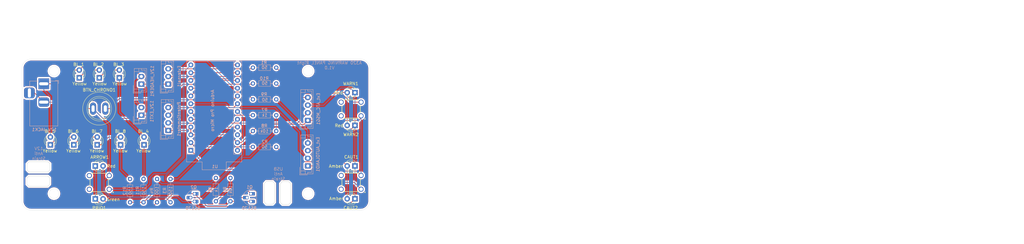
<source format=kicad_pcb>
(kicad_pcb (version 20240108) (generator "pcbnew") (generator_version "8.0")
  (title_block (title "A320 WARNING PANEL Right") (date "2024-08-21") (rev "V1.0") (company "S.K.") (comment 1 "Buttons for ATC-MSG and Autoland have to be connected"))
  (layers (0 "F.Cu" signal) (31 "B.Cu" signal) (34 "B.Paste" user) (35 "F.Paste" user) (36 "B.SilkS" user "B.Silkscreen") (37 "F.SilkS" user "F.Silkscreen") (38 "B.Mask" user) (39 "F.Mask" user) (44 "Edge.Cuts" user))
  (net 0 "")
  (net 1 "12V_IN")
  (net 2 "GND")
  (net 3 "Net-(ARROW1-A)")
  (net 4 "LED_GND")
  (net 5 "Net-(BL_1-K)")
  (net 6 "Net-(BL_2-K)")
  (net 7 "Net-(BL_3-K)")
  (net 8 "BACKLIGHT_GND")
  (net 9 "Net-(BL_4-K)")
  (net 10 "Net-(BL_5-K)")
  (net 11 "Net-(BL_6-K)")
  (net 12 "Net-(CAUT1-A)")
  (net 13 "Net-(BL_7-K)")
  (net 14 "EXT1")
  (net 15 "EXT2")
  (net 16 "POT2")
  (net 17 "POT1")
  (net 18 "+5V")
  (net 19 "Net-(Q1-G)")
  (net 20 "Net-(Q2-G)")
  (net 21 "WARN")
  (net 22 "Net-(WARN1-A)")
  (net 23 "CAUT")
  (net 24 "ARROW")
  (net 25 "Net-(PRIO1-A)")
  (net 26 "Net-(BL_8-K)")
  (net 28 "BTN_CAUT")
  (net 30 "BTN_CHRONO")
  (net 33 "BTN_SIDESTICK")
  (net 35 "BTN_WARN")
  (net 37 "BTN_ATC_MSG")
  (net 38 "AUTOLAND")
  (net 39 "BTN_AUTOLAND")
  (net 40 "ATC_MSG")
  (net 43 "Net-(Ext_ATC_MSG1-Pin_4)")
  (net 44 "Net-(Ext_AUTOLAND1-Pin_4)")
  (net 45 "OUT_BRT_BACK")
  (net 46 "OUT_BRT_LED")
  (net 47 "PRIO")
  (footprint "LED_THT:LED_D3.0mm" (layer "F.Cu") (at 62.9158 123.3619)
    (property "Reference" "PRIO1" (at 1.27 2.9536 0) (layer "F.SilkS"))
    (property "Value" "Green" (at 5.8774 0.1706 0) (layer "F.SilkS"))
    (pad "1" thru_hole rect (at 0 0) (size 1.8 1.8) (drill 0.9) (layers "*.Cu" "*.Mask") (net 4 "LED_GND"))
    (pad "2" thru_hole circle (at 2.54 0) (size 1.8 1.8) (drill 0.9) (layers "*.Cu" "*.Mask") (net 25 "Net-(PRIO1-A)"))
  )
  (footprint "LED_THT:LED_D3.0mm" (layer "F.Cu") (at 147.701 112.5779 180)
    (property "Reference" "CAUT1" (at 1.1938 2.921 0) (layer "F.SilkS"))
    (property "Value" "Amber" (at 6.223 -0.0762 0) (layer "F.SilkS"))
    (pad "1" thru_hole rect (at 0 0 180) (size 1.8 1.8) (drill 0.9) (layers "*.Cu" "*.Mask") (net 4 "LED_GND"))
    (pad "2" thru_hole circle (at 2.54 0 180) (size 1.8 1.8) (drill 0.9) (layers "*.Cu" "*.Mask") (net 12 "Net-(CAUT1-A)"))
  )
  (footprint "My:SW-Push" (layer "F.Cu") (at 64.195 93.8289 180)
    (property "Reference" "BTN_CHRONO1" (at 0.0092 6.1176 0) (layer "F.SilkS"))
    (property "Value" "Push Button" (hide yes))
    (pad "1" thru_hole oval (at -2 0) (size 2 4) (drill oval 1 2.2) (layers "*.Cu" "*.Mask") (net 30 "BTN_CHRONO") (thermal_bridge_width 1) (thermal_gap 1))
    (pad "2" thru_hole oval (at 2 0 180) (size 2 4) (drill oval 1 2.2) (layers "*.Cu" "*.Mask") (net 2 "GND") (thermal_bridge_width 1) (thermal_gap 1))
  )
  (footprint "LED_THT:LED_D3.0mm" (layer "F.Cu") (at 147.701 88.5749 180)
    (property "Reference" "WARN1" (at 1.397 2.921 0) (layer "F.SilkS"))
    (property "Value" "Red" (at 5.334 -0.0762 0) (layer "F.SilkS"))
    (pad "1" thru_hole rect (at 0 0 180) (size 1.8 1.8) (drill 0.9) (layers "*.Cu" "*.Mask") (net 4 "LED_GND"))
    (pad "2" thru_hole circle (at 2.54 0 180) (size 1.8 1.8) (drill 0.9) (layers "*.Cu" "*.Mask") (net 22 "Net-(WARN1-A)"))
  )
  (footprint "LED_THT:LED_D3.0mm" (layer "F.Cu") (at 57.6865 83.7489 90)
    (property "Reference" "BL_1" (at 4.3738 -0.19 0) (layer "F.SilkS"))
    (property "Value" "Yellow" (at -1.9292 0.0889 0) (layer "F.SilkS"))
    (pad "1" thru_hole rect (at 0 0 90) (size 1.8 1.8) (drill 0.9) (layers "*.Cu" "*.Mask") (net 5 "Net-(BL_1-K)"))
    (pad "2" thru_hole circle (at 2.54 0 90) (size 1.8 1.8) (drill 0.9) (layers "*.Cu" "*.Mask") (net 1 "12V_IN"))
  )
  (footprint "LED_THT:LED_D3.0mm" (layer "F.Cu") (at 70.7675 83.7489 90)
    (property "Reference" "BL_3" (at 4.3738 -0.2154 0) (layer "F.SilkS"))
    (property "Value" "Yellow" (at -1.9292 0.0889 0) (layer "F.SilkS"))
    (pad "1" thru_hole rect (at 0 0 90) (size 1.8 1.8) (drill 0.9) (layers "*.Cu" "*.Mask") (net 7 "Net-(BL_3-K)"))
    (pad "2" thru_hole circle (at 2.54 0 90) (size 1.8 1.8) (drill 0.9) (layers "*.Cu" "*.Mask") (net 6 "Net-(BL_2-K)"))
  )
  (footprint "LED_THT:LED_D3.0mm" (layer "F.Cu") (at 71.1866 105.6691 90)
    (property "Reference" "BL_8" (at 4.4196 -0.0762 0) (layer "F.SilkS"))
    (property "Value" "Yellow" (at -1.9558 -0.0762 0) (layer "F.SilkS"))
    (pad "1" thru_hole rect (at 0 0 90) (size 1.8 1.8) (drill 0.9) (layers "*.Cu" "*.Mask") (net 26 "Net-(BL_8-K)"))
    (pad "2" thru_hole circle (at 2.54 0 90) (size 1.8 1.8) (drill 0.9) (layers "*.Cu" "*.Mask") (net 13 "Net-(BL_7-K)"))
  )
  (footprint "LED_THT:LED_D3.0mm" (layer "F.Cu") (at 78.832 105.6691 90)
    (property "Reference" "BL_4" (at 4.4196 -0.2032 0) (layer "F.SilkS"))
    (property "Value" "Yellow" (at -1.9558 -0.1778 0) (layer "F.SilkS"))
    (pad "1" thru_hole rect (at 0 0 90) (size 1.8 1.8) (drill 0.9) (layers "*.Cu" "*.Mask") (net 9 "Net-(BL_4-K)"))
    (pad "2" thru_hole circle (at 2.54 0 90) (size 1.8 1.8) (drill 0.9) (layers "*.Cu" "*.Mask") (net 7 "Net-(BL_3-K)"))
  )
  (footprint "SamacSys_Parts:B3F1000" (layer "F.Cu") (at 146.4456 117.9441)
    (property "Reference" "BTN_CAUT1" (hide yes))
    (property "Value" "B3F-1055" (hide yes))
    (pad "1" thru_hole circle (at 3.25 2.25) (size 1.65 1.65) (drill 1.1) (layers "*.Cu" "*.Mask") (net 28 "BTN_CAUT"))
    (pad "2" thru_hole circle (at -3.25 2.25) (size 1.65 1.65) (drill 1.1) (layers "*.Cu" "*.Mask"))
    (pad "3" thru_hole circle (at 3.25 -2.25) (size 1.65 1.65) (drill 1.1) (layers "*.Cu" "*.Mask") (net 2 "GND"))
    (pad "4" thru_hole circle (at -3.25 -2.25) (size 1.65 1.65) (drill 1.1) (layers "*.Cu" "*.Mask"))
  )
  (footprint "LED_THT:LED_D3.0mm" (layer "F.Cu") (at 64.227 83.7489 90)
    (property "Reference" "BL_2" (at 4.3738 -0.2794 0) (layer "F.SilkS"))
    (property "Value" "Yellow" (at -1.9292 0.0889 0) (layer "F.SilkS"))
    (pad "1" thru_hole rect (at 0 0 90) (size 1.8 1.8) (drill 0.9) (layers "*.Cu" "*.Mask") (net 6 "Net-(BL_2-K)"))
    (pad "2" thru_hole circle (at 2.54 0 90) (size 1.8 1.8) (drill 0.9) (layers "*.Cu" "*.Mask") (net 5 "Net-(BL_1-K)"))
  )
  (footprint "LED_THT:LED_D3.0mm" (layer "F.Cu") (at 63.5412 105.6691 90)
    (property "Reference" "BL_7" (at 4.4196 -0.0508 0) (layer "F.SilkS"))
    (property "Value" "Yellow" (at -1.9558 -0.1016 0) (layer "F.SilkS"))
    (pad "1" thru_hole rect (at 0 0 90) (size 1.8 1.8) (drill 0.9) (layers "*.Cu" "*.Mask") (net 13 "Net-(BL_7-K)"))
    (pad "2" thru_hole circle (at 2.54 0 90) (size 1.8 1.8) (drill 0.9) (layers "*.Cu" "*.Mask") (net 11 "Net-(BL_6-K)"))
  )
  (footprint "LED_THT:LED_D3.0mm" (layer "F.Cu") (at 48.2504 105.6691 90)
    (property "Reference" "BL_5" (at 4.4196 -0.1016 0) (layer "F.SilkS"))
    (property "Value" "Yellow" (at -1.9558 -0.1524 0) (layer "F.SilkS"))
    (pad "1" thru_hole rect (at 0 0 90) (size 1.8 1.8) (drill 0.9) (layers "*.Cu" "*.Mask") (net 10 "Net-(BL_5-K)"))
    (pad "2" thru_hole circle (at 2.54 0 90) (size 1.8 1.8) (drill 0.9) (layers "*.Cu" "*.Mask") (net 1 "12V_IN"))
  )
  (footprint "LED_THT:LED_D3.0mm" (layer "F.Cu") (at 55.8958 105.6691 90)
    (property "Reference" "BL_6" (at 4.4196 -0.1778 0) (layer "F.SilkS"))
    (property "Value" "Yellow" (at -1.9558 -0.127 0) (layer "F.SilkS"))
    (pad "1" thru_hole rect (at 0 0 90) (size 1.8 1.8) (drill 0.9) (layers "*.Cu" "*.Mask") (net 11 "Net-(BL_6-K)"))
    (pad "2" thru_hole circle (at 2.54 0 90) (size 1.8 1.8) (drill 0.9) (layers "*.Cu" "*.Mask") (net 10 "Net-(BL_5-K)"))
  )
  (footprint "LED_THT:LED_D3.0mm" (layer "F.Cu") (at 62.9158 112.5995)
    (property "Reference" "ARROW1" (at 1.4224 -2.8956 0) (layer "F.SilkS"))
    (property "Value" "Red" (at 5.217 0.0254 0) (layer "F.SilkS"))
    (pad "1" thru_hole rect (at 0 0) (size 1.8 1.8) (drill 0.9) (layers "*.Cu" "*.Mask") (net 4 "LED_GND"))
    (pad "2" thru_hole circle (at 2.54 0) (size 1.8 1.8) (drill 0.9) (layers "*.Cu" "*.Mask") (net 3 "Net-(ARROW1-A)"))
  )
  (footprint "LED_THT:LED_D3.0mm" (layer "F.Cu") (at 147.701 123.3221 180)
    (property "Reference" "CAUT2" (at 1.397 -2.9464 0) (layer "F.SilkS"))
    (property "Value" "Amber" (at 6.096 0.0508 0) (layer "F.SilkS"))
    (pad "1" thru_hole rect (at 0 0 180) (size 1.8 1.8) (drill 0.9) (layers "*.Cu" "*.Mask") (net 4 "LED_GND"))
    (pad "2" thru_hole circle (at 2.54 0 180) (size 1.8 1.8) (drill 0.9) (layers "*.Cu" "*.Mask") (net 12 "Net-(CAUT1-A)"))
  )
  (footprint "SamacSys_Parts:B3F1000" (layer "F.Cu") (at 64.2124 117.9805)
    (property "Reference" "BTN_SIDESTICK1" (hide yes))
    (property "Value" "B3F-1055" (hide yes))
    (pad "1" thru_hole circle (at 3.25 2.25) (size 1.65 1.65) (drill 1.1) (layers "*.Cu" "*.Mask") (net 33 "BTN_SIDESTICK"))
    (pad "2" thru_hole circle (at -3.25 2.25) (size 1.65 1.65) (drill 1.1) (layers "*.Cu" "*.Mask"))
    (pad "3" thru_hole circle (at 3.25 -2.25) (size 1.65 1.65) (drill 1.1) (layers "*.Cu" "*.Mask") (net 2 "GND"))
    (pad "4" thru_hole circle (at -3.25 -2.25) (size 1.65 1.65) (drill 1.1) (layers "*.Cu" "*.Mask"))
  )
  (footprint "LED_THT:LED_D3.0mm" (layer "F.Cu") (at 147.701 99.3153 180)
    (property "Reference" "WARN2" (at 1.3208 -2.9756 0) (layer "F.SilkS"))
    (property "Value" "Red" (at 5.1816 -0.0546 0) (layer "F.SilkS"))
    (pad "1" thru_hole rect (at 0 0 180) (size 1.8 1.8) (drill 0.9) (layers "*.Cu" "*.Mask") (net 4 "LED_GND"))
    (pad "2" thru_hole circle (at 2.54 0 180) (size 1.8 1.8) (drill 0.9) (layers "*.Cu" "*.Mask") (net 22 "Net-(WARN1-A)"))
  )
  (footprint "SamacSys_Parts:B3F1000" (layer "F.Cu") (at 146.4456 93.9453)
    (property "Reference" "BTN_WARN1" (hide yes))
    (property "Value" "B3F-1055" (hide yes))
    (pad "1" thru_hole circle (at 3.25 2.25) (size 1.65 1.65) (drill 1.1) (layers "*.Cu" "*.Mask") (net 2 "GND"))
    (pad "2" thru_hole circle (at -3.25 2.25) (size 1.65 1.65) (drill 1.1) (layers "*.Cu" "*.Mask"))
    (pad "3" thru_hole circle (at 3.25 -2.25) (size 1.65 1.65) (drill 1.1) (layers "*.Cu" "*.Mask") (net 35 "BTN_WARN"))
    (pad "4" thru_hole circle (at -3.25 -2.25) (size 1.65 1.65) (drill 1.1) (layers "*.Cu" "*.Mask"))
  )
  (footprint "Connector_JST:JST_EH_B4B-EH-A_1x04_P2.50mm_Vertical" (layer "B.Cu") (at 132.3038 97.6843 90)
    (property "Reference" "Ext_ATC_MSG1" (at 3.7662 3.429 90) (layer "B.SilkS") (effects (justify mirror)))
    (property "Value" "Pin Header 1x04" (hide yes))
    (pad "1" thru_hole roundrect (at 0 0 90) (size 1.7 1.95) (drill 0.95) (layers "*.Cu" "*.Mask") (roundrect_rratio 0.147059) (net 2 "GND"))
    (pad "2" thru_hole oval (at 2.5 0 90) (size 1.7 1.95) (drill 0.95) (layers "*.Cu" "*.Mask") (net 37 "BTN_ATC_MSG"))
    (pad "3" thru_hole oval (at 5 0 90) (size 1.7 1.95) (drill 0.95) (layers "*.Cu" "*.Mask") (net 4 "LED_GND"))
    (pad "4" thru_hole oval (at 7.5 0 90) (size 1.7 1.95) (drill 0.95) (layers "*.Cu" "*.Mask") (net 43 "Net-(Ext_ATC_MSG1-Pin_4)"))
  )
  (footprint "Package_TO_SOT_THT:TO-92_HandSolder" (layer "B.Cu") (at 95.3008 121.6711 -90)
    (property "Reference" "Q2" (at -2.1336 0.266 0) (layer "B.SilkS") (effects (justify mirror)))
    (property "Value" "BS170" (at 4.7244 0.4946 0) (layer "B.SilkS") (effects (justify mirror)))
    (pad "1" thru_hole rect (at 0 0 270) (size 1.1 1.8) (drill 0.75 (offset 0 -0.4)) (layers "*.Cu" "*.Mask") (net 4 "LED_GND"))
    (pad "2" thru_hole roundrect (at 1.27 1.27 270) (size 1.1 1.8) (drill 0.75 (offset 0 0.4)) (layers "*.Cu" "*.Mask") (net 20 "Net-(Q2-G)"))
    (pad "3" thru_hole roundrect (at 2.54 0 270) (size 1.1 1.8) (drill 0.75 (offset 0 -0.4)) (layers "*.Cu" "*.Mask") (net 2 "GND"))
  )
  (footprint "Connector_JST:JST_EH_B2B-EH-A_1x02_P2.50mm_Vertical" (layer "B.Cu") (at 77.9526 95.9771 90)
    (property "Reference" "12V_EXT1" (at 1.2554 3.4386 90) (layer "B.SilkS") (effects (justify mirror)))
    (property "Value" "Pin Header 1x02" (hide yes))
    (pad "1" thru_hole roundrect (at 0 0 90) (size 1.7 2) (drill 1) (layers "*.Cu" "*.Mask") (roundrect_rratio 0.147059) (net 2 "GND"))
    (pad "2" thru_hole oval (at 2.5 0 90) (size 1.7 2) (drill 1) (layers "*.Cu" "*.Mask") (net 1 "12V_IN"))
  )
  (footprint "Resistor_THT:R_Axial_DIN0204_L3.6mm_D1.6mm_P7.62mm_Horizontal" (layer "B.Cu") (at 114.3762 106.3549)
    (property "Reference" "R2" (at 3.8354 -1.7018 0) (layer "B.SilkS") (effects (justify mirror)))
    (property "Value" "50" (at 3.7846 -0.0254 0) (layer "B.SilkS") (effects (justify mirror)))
    (pad "1" thru_hole circle (at 0 0) (size 1.4 1.4) (drill 0.7) (layers "*.Cu" "*.Mask") (net 23 "CAUT"))
    (pad "2" thru_hole oval (at 7.62 0) (size 1.4 1.4) (drill 0.7) (layers "*.Cu" "*.Mask") (net 12 "Net-(CAUT1-A)"))
  )
  (footprint "Connector_JST:JST_EH_B4B-EH-A_1x04_P2.50mm_Vertical" (layer "B.Cu") (at 132.3038 112.5687 90)
    (property "Reference" "Ext_AUTOLAND1" (at 3.7662 3.302 90) (layer "B.SilkS") (effects (justify mirror)))
    (property "Value" "Pin Header 1x04" (hide yes))
    (pad "1" thru_hole roundrect (at 0 0 90) (size 1.7 1.95) (drill 0.95) (layers "*.Cu" "*.Mask") (roundrect_rratio 0.147059) (net 2 "GND"))
    (pad "2" thru_hole oval (at 2.5 0 90) (size 1.7 1.95) (drill 0.95) (layers "*.Cu" "*.Mask") (net 39 "BTN_AUTOLAND"))
    (pad "3" thru_hole oval (at 5 0 90) (size 1.7 1.95) (drill 0.95) (layers "*.Cu" "*.Mask") (net 4 "LED_GND"))
    (pad "4" thru_hole oval (at 7.5 0 90) (size 1.7 1.95) (drill 0.95) (layers "*.Cu" "*.Mask") (net 44 "Net-(Ext_AUTOLAND1-Pin_4)"))
  )
  (footprint "Resistor_THT:R_Axial_DIN0204_L3.6mm_D1.6mm_P7.62mm_Horizontal" (layer "B.Cu") (at 107.0514 124.1349 90)
    (property "Reference" "R6" (at 3.8062 -1.7962 90) (layer "B.SilkS") (effects (justify mirror)))
    (property "Value" "10k" (at 3.8062 0.0326 90) (layer "B.SilkS") (effects (justify mirror)))
    (pad "1" thru_hole circle (at 0 0 90) (size 1.4 1.4) (drill 0.7) (layers "*.Cu" "*.Mask") (net 2 "GND"))
    (pad "2" thru_hole oval (at 7.62 0 90) (size 1.4 1.4) (drill 0.7) (layers "*.Cu" "*.Mask") (net 19 "Net-(Q1-G)"))
  )
  (footprint "Package_TO_SOT_THT:TO-92_HandSolder" (layer "B.Cu") (at 113.7158 121.6711 -90)
    (property "Reference" "Q1" (at -2.159 0.4318 0) (layer "B.SilkS") (effects (justify mirror)))
    (property "Value" "BS170" (at 4.699 0.5334 0) (layer "B.SilkS") (effects (justify mirror)))
    (pad "1" thru_hole rect (at 0 0 270) (size 1.1 1.8) (drill 0.75 (offset 0 -0.4)) (layers "*.Cu" "*.Mask") (net 8 "BACKLIGHT_GND"))
    (pad "2" thru_hole roundrect (at 1.27 1.27 270) (size 1.1 1.8) (drill 0.75 (offset 0 0.4)) (layers "*.Cu" "*.Mask") (net 19 "Net-(Q1-G)"))
    (pad "3" thru_hole roundrect (at 2.54 0 270) (size 1.1 1.8) (drill 0.75 (offset 0 -0.4)) (layers "*.Cu" "*.Mask") (net 2 "GND"))
  )
  (footprint "Resistor_THT:R_Axial_DIN0204_L3.6mm_D1.6mm_P7.62mm_Horizontal" (layer "B.Cu") (at 114.3762 95.9815)
    (property "Reference" "R7" (at 3.81 -1.7018 0) (layer "B.SilkS") (effects (justify mirror)))
    (property "Value" "1k" (at 3.8348 -0.0363 0) (layer "B.SilkS") (effects (justify mirror)))
    (pad "1" thru_hole circle (at 0 0) (size 1.4 1.4) (drill 0.7) (layers "*.Cu" "*.Mask") (net 46 "OUT_BRT_LED"))
    (pad "2" thru_hole oval (at 7.62 0) (size 1.4 1.4) (drill 0.7) (layers "*.Cu" "*.Mask") (net 20 "Net-(Q2-G)"))
  )
  (footprint "Resistor_THT:R_Axial_DIN0204_L3.6mm_D1.6mm_P7.62mm_Horizontal" (layer "B.Cu") (at 74.26 116.8451 -90)
    (property "Reference" "R12" (at 3.8862 1.7272 90) (layer "B.SilkS") (effects (justify mirror)))
    (property "Value" "150" (at 3.81 -0.0508 90) (layer "B.SilkS") (effects (justify mirror)))
    (pad "1" thru_hole circle (at 0 0 270) (size 1.4 1.4) (drill 0.7) (layers "*.Cu" "*.Mask") (net 26 "Net-(BL_8-K)"))
    (pad "2" thru_hole oval (at 7.62 0 270) (size 1.4 1.4) (drill 0.7) (layers "*.Cu" "*.Mask") (net 8 "BACKLIGHT_GND"))
  )
  (footprint "Resistor_THT:R_Axial_DIN0204_L3.6mm_D1.6mm_P7.62mm_Horizontal" (layer "B.Cu") (at 87.4776 116.8451 -90)
    (property "Reference" "R3" (at 3.7586 1.8796 90) (layer "B.SilkS") (effects (justify mirror)))
    (property "Value" "150" (at 3.8074 -0.0254 90) (layer "B.SilkS") (effects (justify mirror)))
    (pad "1" thru_hole circle (at 0 0 270) (size 1.4 1.4) (drill 0.7) (layers "*.Cu" "*.Mask") (net 24 "ARROW"))
    (pad "2" thru_hole oval (at 7.62 0 270) (size 1.4 1.4) (drill 0.7) (layers "*.Cu" "*.Mask") (net 3 "Net-(ARROW1-A)"))
  )
  (footprint "Connector_BarrelJack:BarrelJack_Horizontal" (layer "B.Cu") (at 46.101 85.6991 90)
    (property "Reference" "12V_JACK1" (at -14.97 0.1524 0) (layer "B.SilkS") (effects (justify mirror)))
    (property "Value" "Power Jack" (hide yes))
    (pad "1" thru_hole rect (at 0 0 90) (size 3.5 3.5) (drill oval 1 3) (layers "*.Cu" "*.Mask") (net 1 "12V_IN"))
    (pad "2" thru_hole roundrect (at -6 0 90) (size 3 3.5) (drill oval 1 3) (layers "*.Cu" "*.Mask") (net 2 "GND"))
    (pad "3" thru_hole roundrect (at -3 -4.7 90) (size 3.5 3.5) (drill oval 3 1) (layers "*.Cu" "*.Mask") (net 2 "GND"))
  )
  (footprint "Resistor_THT:R_Axial_DIN0204_L3.6mm_D1.6mm_P7.62mm_Horizontal" (layer "B.Cu") (at 78.6659 116.8451 -90)
    (property "Reference" "R11" (at 3.81 1.92 90) (layer "B.SilkS") (effects (justify mirror)))
    (property "Value" "150" (at 3.9116 -0.0762 90) (layer "B.SilkS") (effects (justify mirror)))
    (pad "1" thru_hole circle (at 0 0 270) (size 1.4 1.4) (drill 0.7) (layers "*.Cu" "*.Mask") (net 9 "Net-(BL_4-K)"))
    (pad "2" thru_hole oval (at 7.62 0 270) (size 1.4 1.4) (drill 0.7) (layers "*.Cu" "*.Mask") (net 8 "BACKLIGHT_GND"))
  )
  (footprint "Arduino:Sparkfun_Pro_Micro" (layer "B.Cu") (at 109.347 79.5325 180)
    (property "Reference" "U1" (at 7.3914 -33.2486 0) (layer "B.SilkS") (effects (justify mirror)))
    (property "Value" "Arduino Pro Micro" (at 8.1534 -14.939 90) (layer "B.SilkS") (effects (justify mirror)))
    (pad "1" thru_hole rect (at 15.24 -27.94 180) (size 1.6 1.6) (drill 0.8) (layers "*.Cu" "*.Mask") (net 28 "BTN_CAUT"))
    (pad "2" thru_hole oval (at 15.24 -25.4 180) (size 1.6 1.6) (drill 0.8) (layers "*.Cu" "*.Mask") (net 23 "CAUT"))
    (pad "3" thru_hole oval (at 15.24 -22.86 180) (size 1.6 1.6) (drill 0.8) (layers "*.Cu" "*.Mask") (net 2 "GND"))
    (pad "4" thru_hole oval (at 15.24 -20.32 180) (size 1.6 1.6) (drill 0.8) (layers "*.Cu" "*.Mask") (net 2 "GND"))
    (pad "5" thru_hole oval (at 15.24 -17.78 180) (size 1.6 1.6) (drill 0.8) (layers "*.Cu" "*.Mask") (net 37 "BTN_ATC_MSG"))
    (pad "6" thru_hole oval (at 15.24 -15.24 180) (size 1.6 1.6) (drill 0.8) (layers "*.Cu" "*.Mask") (net 46 "OUT_BRT_LED"))
    (pad "7" thru_hole oval (at 15.24 -12.7 180) (size 1.6 1.6) (drill 0.8) (layers "*.Cu" "*.Mask") (net 39 "BTN_AUTOLAND"))
    (pad "8" thru_hole oval (at 15.24 -10.16 180) (size 1.6 1.6) (drill 0.8) (layers "*.Cu" "*.Mask") (net 38 "AUTOLAND"))
    (pad "9" thru_hole oval (at 15.24 -7.62 180) (size 1.6 1.6) (drill 0.8) (layers "*.Cu" "*.Mask") (net 40 "ATC_MSG"))
    (pad "10" thru_hole oval (at 15.24 -5.08 180) (size 1.6 1.6) (drill 0.8) (layers "*.Cu" "*.Mask") (net 35 "BTN_WARN"))
    (pad "11" thru_hole oval (at 15.24 -2.54 180) (size 1.6 1.6) (drill 0.8) (layers "*.Cu" "*.Mask") (net 21 "WARN"))
    (pad "12" thru_hole oval (at 15.24 0 180) (size 1.6 1.6) (drill 0.8) (layers "*.Cu" "*.Mask") (net 45 "OUT_BRT_BACK"))
    (pad "13" thru_hole oval (at 0 0 180) (size 1.6 1.6) (drill 0.8) (layers "*.Cu" "*.Mask") (net 15 "EXT2"))
    (pad "14" thru_hole oval (at 0 -2.54 180) (size 1.6 1.6) (drill 0.8) (layers "*.Cu" "*.Mask") (net 14 "EXT1"))
    (pad "15" thru_hole oval (at 0 -5.08 180) (size 1.6 1.6) (drill 0.8) (layers "*.Cu" "*.Mask") (net 30 "BTN_CHRONO"))
    (pad "16" thru_hole oval (at 0 -7.62 180) (size 1.6 1.6) (drill 0.8) (layers "*.Cu" "*.Mask") (net 33 "BTN_SIDESTICK"))
    (pad "17" thru_hole oval (at 0 -10.16 180) (size 1.6 1.6) (drill 0.8) (layers "*.Cu" "*.Mask") (net 16 "POT2"))
    (pad "18" thru_hole oval (at 0 -12.7 180) (size 1.6 1.6) (drill 0.8) (layers "*.Cu" "*.Mask") (net 17 "POT1"))
    (pad "19" thru_hole oval (at 0 -15.24 180) (size 1.6 1.6) (drill 0.8) (layers "*.Cu" "*.Mask") (net 47 "PRIO"))
    (pad "20" thru_hole oval (at 0 -17.78 180) (size 1.6 1.6) (drill 0.8) (layers "*.Cu" "*.Mask") (net 24 "ARROW"))
    (pad "21" thru_hole oval (at 0 -20.32 180) (size 1.6 1.6) (drill 0.8) (layers "*.Cu" "*.Mask") (net 18 "+5V"))
    (pad "22" thru_hole oval (at 0 -22.86 180) (size 1.6 1.6) (drill 0.8) (layers "*.Cu" "*.Mask"))
    (pad "23" thru_hole oval (at 0 -25.4 180) (size 1.6 1.6) (drill 0.8) (layers "*.Cu" "*.Mask") (net 2 "GND"))
    (pad "24" thru_hole oval (at 0 -27.94 180) (size 1.6 1.6) (drill 0.8) (layers "*.Cu" "*.Mask"))
  )
  (footprint "Resistor_THT:R_Axial_DIN0204_L3.6mm_D1.6mm_P7.62mm_Horizontal" (layer "B.Cu") (at 121.9962 90.7949 180)
    (property "Reference" "R9" (at 3.937 1.6764 0) (layer "B.SilkS") (effects (justify mirror)))
    (property "Value" "50" (at 3.7338 -0.127 0) (layer "B.SilkS") (effects (justify mirror)))
    (pad "1" thru_hole circle (at 0 0 180) (size 1.4 1.4) (drill 0.7) (layers "*.Cu" "*.Mask") (net 44 "Net-(Ext_AUTOLAND1-Pin_4)"))
    (pad "2" thru_hole oval (at 7.62 0 180) (size 1.4 1.4) (drill 0.7) (layers "*.Cu" "*.Mask") (net 38 "AUTOLAND"))
  )
  (footprint "Resistor_THT:R_Axial_DIN0204_L3.6mm_D1.6mm_P7.62mm_Horizontal" (layer "B.Cu") (at 102.3016 116.5149 -90)
    (property "Reference" "R5" (at 3.8354 1.778 90) (layer "B.SilkS") (effects (justify mirror)))
    (property "Value" "1k" (at 3.81 -0.0762 90) (layer "B.SilkS") (effects (justify mirror)))
    (pad "1" thru_hole circle (at 0 0 270) (size 1.4 1.4) (drill 0.7) (layers "*.Cu" "*.Mask") (net 45 "OUT_BRT_BACK"))
    (pad "2" thru_hole oval (at 7.62 0 270) (size 1.4 1.4) (drill 0.7) (layers "*.Cu" "*.Mask") (net 19 "Net-(Q1-G)"))
  )
  (footprint "Connector_JST:JST_EH_B4B-EH-A_1x04_P2.50mm_Vertical" (layer "B.Cu") (at 86.741 100.9771 90)
    (property "Reference" "Potentiometer1" (at 3.7084 3.5052 90) (layer "B.SilkS") (effects (justify mirror)))
    (property "Value" "Pin Header 1x04" (hide yes))
    (pad "1" thru_hole roundrect (at 0 0 90) (size 1.7 1.95) (drill 0.95) (layers "*.Cu" "*.Mask") (roundrect_rratio 0.147059) (net 2 "GND"))
    (pad "2" thru_hole oval (at 2.5 0 90) (size 1.7 1.95) (drill 0.95) (layers "*.Cu" "*.Mask") (net 18 "+5V"))
    (pad "3" thru_hole oval (at 5 0 90) (size 1.7 1.95) (drill 0.95) (layers "*.Cu" "*.Mask") (net 17 "POT1"))
    (pad "4" thru_hole oval (at 7.5 0 90) (size 1.7 1.95) (drill 0.95) (layers "*.Cu" "*.Mask") (net 16 "POT2"))
  )
  (footprint "Resistor_THT:R_Axial_DIN0204_L3.6mm_D1.6mm_P7.62mm_Horizontal" (layer "B.Cu") (at 121.9962 85.6082 180)
    (property "Reference" "R10" (at 3.9116 1.6764 0) (layer "B.SilkS") (effects (justify mirror)))
    (property "Value" "50" (at 3.7846 0.0762 0) (layer "B.SilkS") (effects (justify mirror)))
    (pad "1" thru_hole circle (at 0 0 180) (size 1.4 1.4) (drill 0.7) (layers "*.Cu" "*.Mask") (net 43 "Net-(Ext_ATC_MSG1-Pin_4)"))
    (pad "2" thru_hole oval (at 7.62 0 180) (size 1.4 1.4) (drill 0.7) (layers "*.Cu" "*.Mask") (net 40 "ATC_MSG"))
  )
  (footprint "Resistor_THT:R_Axial_DIN0204_L3.6mm_D1.6mm_P7.62mm_Horizontal" (layer "B.Cu") (at 114.3762 101.1682)
    (property "Reference" "R8" (at 3.7338 -1.7272 0) (layer "B.SilkS") (effects (justify mirror)))
    (property "Value" "10k" (at 3.7344 0.0218 0) (layer "B.SilkS") (effects (justify mirror)))
    (pad "1" thru_hole circle (at 0 0) (size 1.4 1.4) (drill 0.7) (layers "*.Cu" "*.Mask") (net 2 "GND"))
    (pad "2" thru_hole oval (at 7.62 0) (size 1.4 1.4) (drill 0.7) (layers "*.Cu" "*.Mask") (net 20 "Net-(Q2-G)"))
  )
  (footprint "Resistor_THT:R_Axial_DIN0204_L3.6mm_D1.6mm_P7.62mm_Horizontal" (layer "B.Cu") (at 83.0717 116.8451 -90)
    (property "Reference" "R4" (at 3.8348 1.7272 90) (layer "B.SilkS") (effects (justify mirror)))
    (property "Value" "100" (at 3.8328 0.0254 90) (layer "B.SilkS") (effects (justify mirror)))
    (pad "1" thru_hole circle (at 0 0 270) (size 1.4 1.4) (drill 0.7) (layers "*.Cu" "*.Mask") (net 47 "PRIO"))
    (pad "2" thru_hole oval (at 7.62 0 270) (size 1.4 1.4) (drill 0.7) (layers "*.Cu" "*.Mask") (net 25 "Net-(PRIO1-A)"))
  )
  (footprint "Connector_JST:JST_EH_B2B-EH-A_1x02_P2.50mm_Vertical" (layer "B.Cu") (at 77.9526 85.8063 90)
    (property "Reference" "12V_HEADER1" (at 0.9614 3.5656 90) (layer "B.SilkS") (effects (justify mirror)))
    (property "Value" "Pin Header 1x02" (hide yes))
    (pad "1" thru_hole roundrect (at 0 0 90) (size 1.7 2) (drill 1) (layers "*.Cu" "*.Mask") (roundrect_rratio 0.147059) (net 2 "GND"))
    (pad "2" thru_hole oval (at 2.5 0 90) (size 1.7 2) (drill 1) (layers "*.Cu" "*.Mask") (net 1 "12V_IN"))
  )
  (footprint "Resistor_THT:R_Axial_DIN0204_L3.6mm_D1.6mm_P7.62mm_Horizontal" (layer "B.Cu") (at 114.3762 80.4215)
    (property "Reference" "R1" (at 3.5814 -1.6764 0) (layer "B.SilkS") (effects (justify mirror)))
    (property "Value" "50" (at 3.7846 -0.0508 0) (layer "B.SilkS") (effects (justify mirror)))
    (pad "1" thru_hole circle (at 0 0) (size 1.4 1.4) (drill 0.7) (layers "*.Cu" "*.Mask") (net 21 "WARN"))
    (pad "2" thru_hole oval (at 7.62 0) (size 1.4 1.4) (drill 0.7) (layers "*.Cu" "*.Mask") (net 22 "Net-(WARN1-A)"))
  )
  (footprint "Connector_JST:JST_EH_B3B-EH-A_1x03_P2.50mm_Vertical" (layer "B.Cu") (at 86.741 85.8063 90)
    (property "Reference" "External1" (at 2.5108 3.5814 90) (layer "B.SilkS") (effects (justify mirror)))
    (property "Value" "Pin Header 1x03" (hide yes))
    (pad "1" thru_hole roundrect (at 0 0 90) (size 1.7 1.95) (drill 0.95) (layers "*.Cu" "*.Mask") (roundrect_rratio 0.147059) (net 2 "GND"))
    (pad "2" thru_hole oval (at 2.5 0 90) (size 1.7 1.95) (drill 0.95) (layers "*.Cu" "*.Mask") (net 14 "EXT1"))
    (pad "3" thru_hole oval (at 5 0 90) (size 1.7 1.95) (drill 0.95) (layers "*.Cu" "*.Mask") (net 15 "EXT2"))
  )
  (gr_poly (pts (xy 123.337 118.3945) (xy 123.337 124.4945) (xy 124.037 125.1945) (xy 126.037 125.1945) (xy 126.737 124.4945) (xy 126.737 118.3945) (xy 126.037 117.6945) (xy 123.937 117.6945)) (stroke (width 0.1)) (fill none) (layer "Edge.Cuts"))
  (gr_circle (center 132.4212 121.6415) (end 130.8212 121.6415) (stroke (width 0.05)) (fill none) (layer "Edge.Cuts"))
  (gr_arc (start 152.5174 124.0521) (mid 151.63872 126.17342) (end 149.5174 127.0521) (stroke (width 0.05)) (layer "Edge.Cuts"))
  (gr_line (start 152.5174 80.6237) (end 152.5174 124.0521) (stroke (width 0.05)) (layer "Edge.Cuts"))
  (gr_circle (center 49.4212 121.6415) (end 47.8212 121.6415) (stroke (width 0.05)) (fill none) (layer "Edge.Cuts"))
  (gr_poly (pts (xy 47.3654 115.8799) (xy 41.2654 115.8799) (xy 40.5654 116.5799) (xy 40.5654 118.5799) (xy 41.2654 119.2799) (xy 47.3654 119.2799) (xy 48.0654 118.5799) (xy 48.0654 116.4799)) (stroke (width 0.1)) (fill none) (layer "Edge.Cuts"))
  (gr_poly (pts (xy 47.4162 111.1809) (xy 41.3162 111.1809) (xy 40.6162 111.8809) (xy 40.6162 113.8809) (xy 41.3162 114.5809) (xy 47.4162 114.5809) (xy 48.1162 113.8809) (xy 48.1162 111.7809)) (stroke (width 0.1)) (fill none) (layer "Edge.Cuts"))
  (gr_circle (center 132.4212 81.5415) (end 130.8212 81.5415) (stroke (width 0.05)) (fill none) (layer "Edge.Cuts"))
  (gr_arc (start 149.5174 77.6237) (mid 151.63872 78.50238) (end 152.5174 80.6237) (stroke (width 0.05)) (layer "Edge.Cuts"))
  (gr_circle (center 49.4212 81.5415) (end 47.8212 81.5415) (stroke (width 0.05)) (fill none) (layer "Edge.Cuts"))
  (gr_line (start 149.5174 127.0521) (end 42.0048 127.0521) (stroke (width 0.05)) (layer "Edge.Cuts"))
  (gr_arc (start 42.0048 127.0521) (mid 39.88348 126.17342) (end 39.0048 124.0521) (stroke (width 0.05)) (layer "Edge.Cuts"))
  (gr_line (start 39.0048 124.0521) (end 39.0048 80.6237) (stroke (width 0.05)) (layer "Edge.Cuts"))
  (gr_line (start 42.0048 77.6237) (end 149.5174 77.6237) (stroke (width 0.05)) (layer "Edge.Cuts"))
  (gr_arc (start 39.0048 80.6237) (mid 39.88348 78.50238) (end 42.0048 77.6237) (stroke (width 0.05)) (layer "Edge.Cuts"))
  (gr_poly (pts (xy 118.104 118.3365) (xy 118.104 124.4365) (xy 118.804 125.1365) (xy 120.804 125.1365) (xy 121.504 124.4365) (xy 121.504 118.3365) (xy 120.804 117.6365) (xy 118.704 117.6365)) (stroke (width 0.1)) (fill none) (layer "Edge.Cuts"))
  (gr_text "USB\nAnti\nStrain" (at 122.6724 117.3785 -0) (layer "B.SilkS") (effects (font (size 1 1) (thickness 0.1)) (justify bottom mirror)))
  (gr_text "${TITLE}\n${REVISION}" (at 139.3856 81.0565 0) (layer "B.SilkS") (effects (font (size 1 1) (thickness 0.1)) (justify bottom mirror)))
  (gr_text "12V\nAnti\nStrain" (at 44.4404 110.7237 -0) (layer "B.SilkS") (effects (font (size 1 1) (thickness 0.1)) (justify bottom mirror)))
  (segment (start 48.378455 85.6991) (end 52.868655 81.2089) (width 0.2) (layer "F.Cu") (net 1))
  (segment (start 46.101 85.6991) (end 48.378455 85.6991) (width 0.2) (layer "F.Cu") (net 1))
  (segment (start 59.3883 79.5071) (end 74.1534 79.5071) (width 0.2) (layer "F.Cu") (net 1))
  (segment (start 52.868655 81.2089) (end 57.6865 81.2089) (width 0.2) (layer "F.Cu") (net 1))
  (segment (start 74.1534 79.5071) (end 77.9526 83.3063) (width 0.2) (layer "F.Cu") (net 1))
  (segment (start 57.6865 81.2089) (end 59.3883 79.5071) (width 0.2) (layer "F.Cu") (net 1))
  (segment (start 76.2254 91.7499) (end 77.9526 93.4771) (width 0.2) (layer "B.Cu") (net 1))
  (segment (start 76.2254 85.0335) (end 76.2254 91.7499) (width 0.2) (layer "B.Cu") (net 1))
  (segment (start 77.9526 83.3063) (end 76.2254 85.0335) (width 0.2) (layer "B.Cu") (net 1))
  (segment (start 48.2504 89.9002) (end 48.2504 103.1291) (width 0.2) (layer "B.Cu") (net 1))
  (segment (start 46.101 87.7508) (end 48.2504 89.9002) (width 0.2) (layer "B.Cu") (net 1))
  (segment (start 46.101 85.6991) (end 46.101 87.7508) (width 0.2) (layer "B.Cu") (net 1))
  (segment (start 116.5344 99.01) (end 130.9781 99.01) (width 0.2) (layer "F.Cu") (net 2))
  (segment (start 109.347 104.9325) (end 110.6119 104.9325) (width 0.2) (layer "F.Cu") (net 2))
  (segment (start 81.741 95.9771) (end 86.741 100.9771) (width 0.2) (layer "F.Cu") (net 2))
  (segment (start 114.3762 101.1682) (end 116.5344 99.01) (width 0.2) (layer "F.Cu") (net 2))
  (segment (start 148.9031 97.6843) (end 149.6956 96.8918) (width 0.2) (layer "F.Cu") (net 2))
  (segment (start 94.107 102.3925) (end 106.807 102.3925) (width 0.2) (layer "F.Cu") (net 2))
  (segment (start 65.3738 97.0077) (end 76.922 97.0077) (width 0.2) (layer "F.Cu") (net 2))
  (segment (start 148.2812 114.2797) (end 149.6956 115.6941) (width 0.2) (layer "F.Cu") (net 2))
  (segment (start 143.372191 114.2797) (end 148.2812 114.2797) (width 0.2) (layer "F.Cu") (net 2))
  (segment (start 77.9526 95.9771) (end 81.741 95.9771) (width 0.2) (layer "F.Cu") (net 2))
  (segment (start 94.107 99.8525) (end 94.107 102.3925) (width 0.2) (layer "F.Cu") (net 2))
  (segment (start 58.7635 91.6991) (end 60.8933 93.8289) (width 0.2) (layer "F.Cu") (net 2))
  (segment (start 132.3038 97.6843) (end 148.9031 97.6843) (width 0.2) (layer "F.Cu") (net 2))
  (segment (start 77.9526 85.8063) (end 86.741 85.8063) (width 0.2) (layer "F.Cu") (net 2))
  (segment (start 132.3038 112.5687) (end 141.661191 112.5687) (width 0.2) (layer "F.Cu") (net 2))
  (segment (start 62.195 93.8289) (end 60.8933 93.8289) (width 0.2) (layer "F.Cu") (net 2))
  (segment (start 106.807 102.3925) (end 109.347 104.9325) (width 0.2) (layer "F.Cu") (net 2))
  (segment (start 43.101 88.6991) (end 46.101 91.6991) (width 0.2) (layer "F.Cu") (net 2))
  (segment (start 107.0514 124.1349) (end 113.6396 124.1349) (width 0.2) (layer "F.Cu") (net 2))
  (segment (start 92.9824 100.9771) (end 94.107 99.8525) (width 0.2) (layer "F.Cu") (net 2))
  (segment (start 46.101 91.6991) (end 58.7635 91.6991) (width 0.2) (layer "F.Cu") (net 2))
  (segment (start 76.922 97.0077) (end 77.9526 95.9771) (width 0.2) (layer "F.Cu") (net 2))
  (segment (start 110.6119 104.9325) (end 114.3762 101.1682) (width 0.2) (layer "F.Cu") (net 2))
  (segment (start 130.9781 99.01) (end 132.3038 97.6843) (width 0.2) (layer "F.Cu") (net 2))
  (segment (start 62.195 93.8289) (end 65.3738 97.0077) (width 0.2) (layer "F.Cu") (net 2))
  (segment (start 41.401 88.6991) (end 43.101 88.6991) (width 0.2) (layer "F.Cu") (net 2))
  (segment (start 86.741 100.9771) (end 92.9824 100.9771) (width 0.2) (layer "F.Cu") (net 2))
  (segment (start 141.661191 112.5687) (end 143.372191 114.2797) (width 0.2) (layer "F.Cu") (net 2))
  (segment (start 67.932886 122.6173) (end 89.7954 122.6173) (width 0.2) (layer "B.Cu") (net 2))
  (segment (start 105.5782 125.6081) (end 107.0514 124.1349) (width 0.2) (layer "B.Cu") (net 2))
  (segment (start 79.3024 94.6273) (end 77.9526 95.9771) (width 0.2) (layer "B.Cu") (net 2))
  (segment (start 89.7954 122.6173) (end 91.3892 124.2111) (width 0.2) (layer "B.Cu") (net 2))
  (segment (start 91.3892 124.2111) (end 95.3008 124.2111) (width 0.2) (layer "B.Cu") (net 2))
  (segment (start 79.3024 87.1561) (end 79.3024 94.6273) (width 0.2) (layer "B.Cu") (net 2))
  (segment (start 95.3008 124.2111) (end 96.6978 125.6081) (width 0.2) (layer "B.Cu") (net 2))
  (segment (start 149.6956 96.1953) (end 149.6956 115.6941) (width 0.2) (layer "B.Cu") (net 2))
  (segment (start 96.6978 125.6081) (end 105.5782 125.6081) (width 0.2) (layer "B.Cu") (net 2))
  (segment (start 67.4624 99.0963) (end 67.4624 115.7305) (width 0.2) (layer "B.Cu") (net 2))
  (segment (start 77.9526 85.8063) (end 79.3024 87.1561) (width 0.2) (layer "B.Cu") (net 2))
  (segment (start 67.4624 115.7305) (end 65.8558 117.3371) (width 0.2) (layer "B.Cu") (net 2))
  (segment (start 65.8558 117.3371) (end 65.8558 120.540214) (width 0.2) (layer "B.Cu") (net 2))
  (segment (start 65.8558 120.540214) (end 67.932886 122.6173) (width 0.2) (layer "B.Cu") (net 2))
  (segment (start 62.195 93.8289) (end 67.4624 99.0963) (width 0.2) (layer "B.Cu") (net 2))
  (segment (start 65.4558 112.5995) (end 65.4558 120.7059) (width 0.2) (layer "B.Cu") (net 3))
  (segment (start 67.7672 123.0173) (end 86.0298 123.0173) (width 0.2) (layer "B.Cu") (net 3))
  (segment (start 65.4558 120.7059) (end 67.7672 123.0173) (width 0.2) (layer "B.Cu") (net 3))
  (segment (start 86.0298 123.0173) (end 87.4776 124.4651) (width 0.2) (layer "B.Cu") (net 3))
  (segment (start 62.9158 123.3619) (end 65.7208 126.1669) (width 0.2) (layer "F.Cu") (net 4))
  (segment (start 88.2625 121.6711) (end 95.3008 121.6711) (width 0.2) (layer "F.Cu") (net 4))
  (segment (start 132.3038 107.5687) (end 139.4476 107.5687) (width 0.2) (layer "F.Cu") (net 4))
  (segment (start 139.4476 107.5687) (end 147.701 99.3153) (width 0.2) (layer "F.Cu") (net 4))
  (segment (start 95.3008 121.6711) (end 99.4242 125.7945) (width 0.2) (layer "F.Cu") (net 4))
  (segment (start 145.322 125.7011) (end 147.701 123.3221) (width 0.2) (layer "F.Cu") (net 4))
  (segment (start 83.7667 126.1669) (end 88.2625 121.6711) (width 0.2) (layer "F.Cu") (net 4))
  (segment (start 99.4242 125.7945) (end 145.322 125.7945) (width 0.2) (layer "F.Cu") (net 4))
  (segment (start 145.322 125.7945) (end 145.322 125.7011) (width 0.2) (layer "F.Cu") (net 4))
  (segment (start 65.7208 126.1669) (end 83.7667 126.1669) (width 0.2) (layer "F.Cu") (net 4))
  (segment (start 62.9158 112.5995) (end 62.9158 123.3619) (width 0.2) (layer "B.Cu") (net 4))
  (segment (start 147.701 88.5749) (end 147.701 99.3153) (width 0.2) (layer "B.Cu") (net 4))
  (segment (start 143.0782 87.1017) (end 146.2278 87.1017) (width 0.2) (layer "B.Cu") (net 4))
  (segment (start 146.2278 87.1017) (end 147.701 88.5749) (width 0.2) (layer "B.Cu") (net 4))
  (segment (start 132.3038 92.6843) (end 137.4956 92.6843) (width 0.2) (layer "B.Cu") (net 4))
  (segment (start 147.701 123.3221) (end 147.701 112.5779) (width 0.2) (layer "B.Cu") (net 4))
  (segment (start 147.701 99.3153) (end 147.701 112.5779) (width 0.2) (layer "B.Cu") (net 4))
  (segment (start 137.4956 92.6843) (end 143.0782 87.1017) (width 0.2) (layer "B.Cu") (net 4))
  (segment (start 60.2265 81.2089) (end 57.6865 83.7489) (width 0.2) (layer "F.Cu") (net 5))
  (segment (start 64.227 81.2089) (end 60.2265 81.2089) (width 0.2) (layer "F.Cu") (net 5))
  (segment (start 70.7675 81.2089) (end 66.767 81.2089) (width 0.2) (layer "F.Cu") (net 6))
  (segment (start 66.767 81.2089) (end 64.227 83.7489) (width 0.2) (layer "F.Cu") (net 6))
  (segment (start 78.832 103.1291) (end 70.7675 95.0646) (width 0.2) (layer "B.Cu") (net 7))
  (segment (start 70.7675 95.0646) (end 70.7675 83.7489) (width 0.2) (layer "B.Cu") (net 7))
  (segment (start 112.4966 120.4519) (end 113.7158 121.6711) (width 0.2) (layer "F.Cu") (net 8))
  (segment (start 78.6659 124.4651) (end 82.6791 120.4519) (width 0.2) (layer "F.Cu") (net 8))
  (segment (start 82.6791 120.4519) (end 112.4966 120.4519) (width 0.2) (layer "F.Cu") (net 8))
  (segment (start 78.6659 124.4651) (end 74.26 124.4651) (width 0.2) (layer "F.Cu") (net 8))
  (segment (start 78.832 105.6691) (end 78.832 116.679) (width 0.2) (layer "B.Cu") (net 9))
  (segment (start 50.7904 103.1291) (end 48.2504 105.6691) (width 0.2) (layer "F.Cu") (net 10))
  (segment (start 55.8958 103.1291) (end 50.7904 103.1291) (width 0.2) (layer "F.Cu") (net 10))
  (segment (start 63.5412 103.1291) (end 58.4358 103.1291) (width 0.2) (layer "F.Cu") (net 11))
  (segment (start 58.4358 103.1291) (end 55.8958 105.6691) (width 0.2) (layer "F.Cu") (net 11))
  (segment (start 126.86 111.2187) (end 143.8018 111.2187) (width 0.2) (layer "F.Cu") (net 12))
  (segment (start 143.8018 111.2187) (end 145.161 112.5779) (width 0.2) (layer "F.Cu") (net 12))
  (segment (start 121.9962 106.3549) (end 126.86 111.2187) (width 0.2) (layer "F.Cu") (net 12))
  (segment (start 145.161 123.3221) (end 145.161 112.5779) (width 0.2) (layer "B.Cu") (net 12))
  (segment (start 64.7429 105.6691) (end 67.2829 103.1291) (width 0.2) (layer "F.Cu") (net 13))
  (segment (start 63.5412 105.6691) (end 64.7429 105.6691) (width 0.2) (layer "F.Cu") (net 13))
  (segment (start 67.2829 103.1291) (end 71.1866 103.1291) (width 0.2) (layer "F.Cu") (net 13))
  (segment (start 109.347 82.0725) (end 108.2453 82.0725) (width 0.2) (layer "F.Cu") (net 14))
  (segment (start 107.0115 83.3063) (end 108.2453 82.0725) (width 0.2) (layer "F.Cu") (net 14))
  (segment (start 86.741 83.3063) (end 107.0115 83.3063) (width 0.2) (layer "F.Cu") (net 14))
  (segment (start 86.741 80.8063) (end 106.0412 80.8063) (width 0.2) (layer "F.Cu") (net 15))
  (segment (start 107.315 79.5325) (end 109.347 79.5325) (width 0.2) (layer "F.Cu") (net 15))
  (segment (start 106.0412 80.8063) (end 107.315 79.5325) (width 0.2) (layer "F.Cu") (net 15))
  (segment (start 89.281 90.9371) (end 86.741 93.4771) (width 0.2) (layer "F.Cu") (net 16))
  (segment (start 109.347 89.6925) (end 108.1024 90.9371) (width 0.2) (layer "F.Cu") (net 16))
  (segment (start 108.1024 90.9371) (end 89.281 90.9371) (width 0.2) (layer "F.Cu") (net 16))
  (segment (start 89.2156 93.5025) (end 108.077 93.5025) (width 0.2) (layer "F.Cu") (net 17))
  (segment (start 86.741 95.9771) (end 89.2156 93.5025) (width 0.2) (layer "F.Cu") (net 17))
  (segment (start 108.077 93.5025) (end 109.347 92.2325) (width 0.2) (layer "F.Cu") (net 17))
  (segment (start 95.377 98.6079) (end 86.8718 98.6079) (width 0.2) (layer "F.Cu") (net 18))
  (segment (start 109.347 99.8525) (end 96.6216 99.8525) (width 0.2) (layer "F.Cu") (net 18))
  (segment (start 96.6216 99.8525) (end 95.377 98.6079) (width 0.2) (layer "F.Cu") (net 18))
  (segment (start 102.3016 124.1349) (end 103.4954 122.9411) (width 0.2) (layer "F.Cu") (net 19))
  (segment (start 103.4954 122.9411) (end 112.4458 122.9411) (width 0.2) (layer "F.Cu") (net 19))
  (segment (start 107.0514 119.3851) (end 102.3016 124.1349) (width 0.2) (layer "B.Cu") (net 19))
  (segment (start 107.0514 116.5149) (end 107.0514 119.3851) (width 0.2) (layer "B.Cu") (net 19))
  (segment (start 94.0308 122.9411) (end 97.924586 122.9411) (width 0.2) (layer "B.Cu") (net 20))
  (segment (start 113.3805 109.7839) (end 121.9962 101.1682) (width 0.2) (layer "B.Cu") (net 20))
  (segment (start 121.9962 95.9815) (end 121.9962 101.1682) (width 0.2) (layer "B.Cu") (net 20))
  (segment (start 111.081786 109.7839) (end 113.3805 109.7839) (width 0.2) (layer "B.Cu") (net 20))
  (segment (start 97.924586 122.9411) (end 111.081786 109.7839) (width 0.2) (layer "B.Cu") (net 20))
  (segment (start 94.107 82.0725) (end 106.3752 82.0725) (width 0.2) (layer "F.Cu") (net 21))
  (segment (start 107.6577 80.79) (end 114.0077 80.79) (width 0.2) (layer "F.Cu") (net 21))
  (segment (start 106.3752 82.0725) (end 107.6577 80.79) (width 0.2) (layer "F.Cu") (net 21))
  (segment (start 121.9962 80.4215) (end 130.12185 88.54715) (width 0.2) (layer "F.Cu") (net 22))
  (segment (start 130.12185 88.54715) (end 145.13325 88.54715) (width 0.2) (layer "F.Cu") (net 22))
  (segment (start 145.161 88.5749) (end 145.161 99.3153) (width 0.2) (layer "B.Cu") (net 22))
  (segment (start 94.107 104.9325) (end 95.5294 106.3549) (width 0.2) (layer "F.Cu") (net 23))
  (segment (start 95.5294 106.3549) (end 114.3762 106.3549) (width 0.2) (layer "F.Cu") (net 23))
  (segment (start 89.8144 116.8451) (end 109.347 97.3125) (width 0.2) (layer "B.Cu") (net 24))
  (segment (start 87.4776 116.8451) (end 89.8144 116.8451) (width 0.2) (layer "B.Cu") (net 24))
  (segment (start 81.7699 125.7669) (end 83.0717 124.4651) (width 0.2) (layer "F.Cu") (net 25))
  (segment (start 65.4558 123.3619) (end 67.8608 125.7669) (width 0.2) (layer "F.Cu") (net 25))
  (segment (start 67.8608 125.7669) (end 81.7699 125.7669) (width 0.2) (layer "F.Cu") (net 25))
  (segment (start 71.1866 113.7717) (end 74.26 116.8451) (width 0.2) (layer "B.Cu") (net 26))
  (segment (start 71.1866 105.6691) (end 71.1866 113.7717) (width 0.2) (layer "B.Cu") (net 26))
  (segment (start 100.2986 113.6641) (end 123.8818 113.6641) (width 0.2) (layer "F.Cu") (net 28))
  (segment (start 128.1618 117.9441) (end 147.4456 117.9441) (width 0.2) (layer "F.Cu") (net 28))
  (segment (start 147.4456 117.9441) (end 149.6956 120.1941) (width 0.2) (layer "F.Cu") (net 28))
  (segment (start 123.8818 113.6641) (end 128.1618 117.9441) (width 0.2) (layer "F.Cu") (net 28))
  (segment (start 94.107 107.4725) (end 100.2986 113.6641) (width 0.2) (layer "F.Cu") (net 28))
  (segment (start 67.4967 93.8289) (end 70.7412 90.5844) (width 0.2) (layer "F.Cu") (net 30))
  (segment (start 91.4994 85.87) (end 95.1925 85.87) (width 0.2) (layer "F.Cu") (net 30))
  (segment (start 96.45 84.6125) (end 109.347 84.6125) (width 0.2) (layer "F.Cu") (net 30))
  (segment (start 70.7412 90.5844) (end 86.785 90.5844) (width 0.2) (layer "F.Cu") (net 30))
  (segment (start 95.1925 85.87) (end 96.45 84.6125) (width 0.2) (layer "F.Cu") (net 30))
  (segment (start 66.195 93.8289) (end 67.4967 93.8289) (width 0.2) (layer "F.Cu") (net 30))
  (segment (start 86.785 90.5844) (end 91.4994 85.87) (width 0.2) (layer "F.Cu") (net 30))
  (segment (start 78.9895 120.2305) (end 80.75 118.47) (width 0.2) (layer "B.Cu") (net 33))
  (segment (start 80.75 118.47) (end 80.75 116.39) (width 0.2) (layer "B.Cu") (net 33))
  (segment (start 67.4624 120.2305) (end 78.9895 120.2305) (width 0.2) (layer "B.Cu") (net 33))
  (segment (start 108.2453 87.1525) (end 109.347 87.1525) (width 0.2) (layer "B.Cu") (net 33))
  (segment (start 93.57 78.25) (end 99.3428 78.25) (width 0.2) (layer "B.Cu") (net 33))
  (segment (start 80.75 116.39) (end 82.012293 115.127707) (width 0.2) (layer "B.Cu") (net 33))
  (segment (start 99.3428 78.25) (end 108.2453 87.1525) (width 0.2) (layer "B.Cu") (net 33))
  (segment (start 85.987707 115.127707) (end 91.548 109.567414) (width 0.2) (layer "B.Cu") (net 33))
  (segment (start 91.548 109.567414) (end 91.548 80.272) (width 0.2) (layer "B.Cu") (net 33))
  (segment (start 91.548 80.272) (end 93.57 78.25) (width 0.2) (layer "B.Cu") (net 33))
  (segment (start 82.012293 115.127707) (end 85.987707 115.127707) (width 0.2) (layer "B.Cu") (net 33))
  (segment (start 108.0687 83.3) (end 124.309014 83.3) (width 0.2) (layer "F.Cu") (net 35))
  (segment (start 107.2896 84.0791) (end 108.0687 83.3) (width 0.2) (layer "F.Cu") (net 35))
  (segment (start 124.309014 83.3) (end 129.956164 88.94715) (width 0.2) (layer "F.Cu") (net 35))
  (segment (start 107.2896 84.0791) (end 94.6404 84.0791) (width 0.2) (layer "F.Cu") (net 35))
  (segment (start 146.241 91.6953) (end 149.6956 91.6953) (width 0.2) (layer "F.Cu") (net 35))
  (segment (start 94.6404 84.0791) (end 94.107 84.6125) (width 0.2) (layer "F.Cu") (net 35))
  (segment (start 129.956164 88.94715) (end 143.49285 88.94715) (width 0.2) (layer "F.Cu") (net 35))
  (segment (start 143.49285 88.94715) (end 146.241 91.6953) (width 0.2) (layer "F.Cu") (net 35))
  (segment (start 128.931 98.5571) (end 132.3038 95.1843) (width 0.2) (layer "F.Cu") (net 37))
  (segment (start 94.107 97.3125) (end 95.208486 97.3125) (width 0.2) (layer "F.Cu") (net 37))
  (segment (start 95.208486 97.3125) (end 96.453086 98.5571) (width 0.2) (layer "F.Cu") (net 37))
  (segment (start 96.453086 98.5571) (end 128.931 98.5571) (width 0.2) (layer "F.Cu") (net 37))
  (segment (start 95.4024 88.3971) (end 111.9784 88.3971) (width 0.2) (layer "F.Cu") (net 38))
  (segment (start 94.107 89.6925) (end 95.4024 88.3971) (width 0.2) (layer "F.Cu") (net 38))
  (segment (start 111.9784 88.3971) (end 114.3762 90.7949) (width 0.2) (layer "F.Cu") (net 38))
  (segment (start 94.107 92.2325) (end 105.572686 92.2325) (width 0.2) (layer "B.Cu") (net 39))
  (segment (start 121.6152 93.5025) (end 106.842686 93.5025) (width 0.2) (layer "B.Cu") (net 39))
  (segment (start 132.3038 110.0687) (end 129.6162 107.3811) (width 0.2) (layer "B.Cu") (net 39))
  (segment (start 121.6152 93.5025) (end 129.6162 101.5035) (width 0.2) (layer "B.Cu") (net 39))
  (segment (start 105.572686 92.2325) (end 106.842686 93.5025) (width 0.2) (layer "B.Cu") (net 39))
  (segment (start 129.6162 107.3811) (end 129.6162 101.5035) (width 0.2) (layer "B.Cu") (net 39))
  (segment (start 96.55917 85.8317) (end 114.1527 85.8317) (width 0.2) (layer "F.Cu") (net 40))
  (segment (start 95.23837 87.1525) (end 96.55917 85.8317) (width 0.2) (layer "F.Cu") (net 40))
  (segment (start 94.107 87.1525) (end 95.23837 87.1525) (width 0.2) (layer "F.Cu") (net 40))
  (segment (start 121.9962 85.6082) (end 126.5723 90.1843) (width 0.2) (layer "F.Cu") (net 43))
  (segment (start 126.5723 90.1843) (end 132.3038 90.1843) (width 0.2) (layer "F.Cu") (net 43))
  (segment (start 121.9962 90.7949) (end 132.3038 101.1025) (width 0.2) (layer "B.Cu") (net 44))
  (segment (start 132.3038 101.1025) (end 132.3038 105.0687) (width 0.2) (layer "B.Cu") (net 44))
  (segment (start 100.8728 117.9437) (end 102.3016 116.5149) (width 0.2) (layer "B.Cu") (net 45))
  (segment (start 94.107 79.5325) (end 91.948 81.6915) (width 0.2) (layer "B.Cu") (net 45))
  (segment (start 85.979 117.0991) (end 86.8236 117.9437) (width 0.2) (layer "B.Cu") (net 45))
  (segment (start 91.948 109.7331) (end 85.979 115.7021) (width 0.2) (layer "B.Cu") (net 45))
  (segment (start 85.979 115.7021) (end 85.979 117.0991) (width 0.2) (layer "B.Cu") (net 45))
  (segment (start 86.8236 117.9437) (end 100.8728 117.9437) (width 0.2) (layer "B.Cu") (net 45))
  (segment (start 91.948 81.6915) (end 91.948 109.7331) (width 0.2) (layer "B.Cu") (net 45))
  (segment (start 114.3762 95.9815) (end 95.316 95.9815) (width 0.2) (layer "F.Cu") (net 46))
  (segment (start 95.316 95.9815) (end 94.107 94.7725) (width 0.2) (layer "F.Cu") (net 46))
  (segment (start 84.5703 118.3437) (end 101.9563 118.3437) (width 0.2) (layer "B.Cu") (net 47))
  (segment (start 101.9563 118.3437) (end 111.3536 108.9464) (width 0.2) (layer "B.Cu") (net 47))
  (segment (start 111.3536 96.7791) (end 109.347 94.7725) (width 0.2) (layer "B.Cu") (net 47))
  (segment (start 83.0717 116.8451) (end 84.5703 118.3437) (width 0.2) (layer "B.Cu") (net 47))
  (segment (start 111.3536 108.9464) (end 111.3536 96.7791) (width 0.2) (layer "B.Cu") (net 47))
  (zone (net 0) (net_name "") (layer "F.Cu") (priority 1) (connect_pads (clearance 0.5)) (min_thickness 0.25) (fill yes (thermal_gap 0.5) (thermal_bridge_width 0.5) (island_removal_mode 1) (island_area_min 10))
    (polygon (pts (xy 37.4554 77.0179) (xy 37.4808 128.2751) (xy 153.8128 128.2497) (xy 153.6604 76.7639)))
  )
  (zone (net 0) (net_name "") (layer "B.Cu") (connect_pads (clearance 0.5)) (min_thickness 0.25) (fill yes (thermal_gap 0.5) (thermal_bridge_width 0.5) (island_removal_mode 1) (island_area_min 10))
    (polygon (pts (xy 38.2174 77.0941) (xy 38.192 127.4115) (xy 152.8222 127.4115) (xy 152.8222 77.3735) (xy 152.7968 77.3481)))
  )
)
</source>
